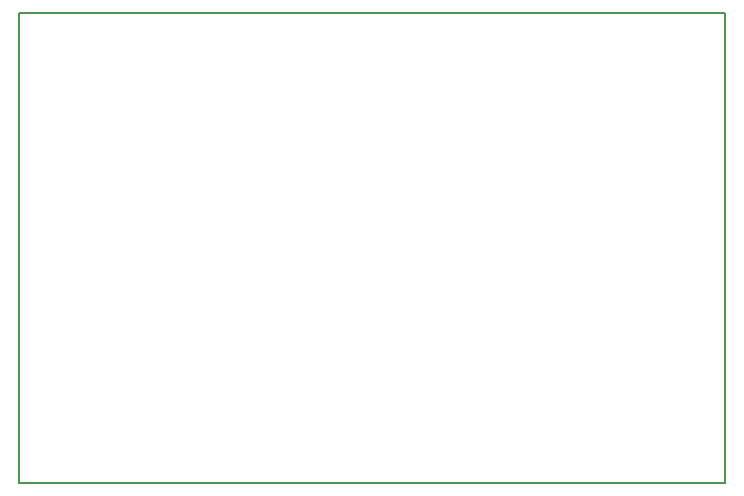
<source format=gbo>
G04 MADE WITH FRITZING*
G04 WWW.FRITZING.ORG*
G04 DOUBLE SIDED*
G04 HOLES PLATED*
G04 CONTOUR ON CENTER OF CONTOUR VECTOR*
%ASAXBY*%
%FSLAX23Y23*%
%MOIN*%
%OFA0B0*%
%SFA1.0B1.0*%
%ADD10R,2.362200X1.574800X2.346200X1.558800*%
%ADD11C,0.008000*%
%LNSILK0*%
G90*
G70*
G54D11*
X4Y1571D02*
X2358Y1571D01*
X2358Y4D01*
X4Y4D01*
X4Y1571D01*
D02*
G04 End of Silk0*
M02*
</source>
